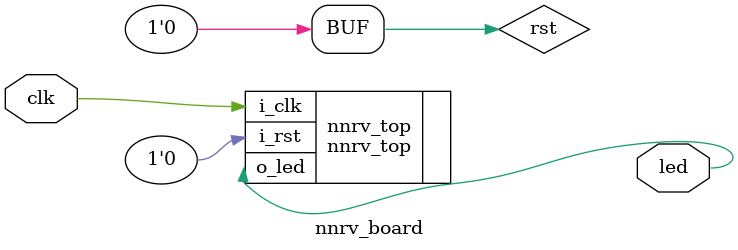
<source format=v>

module nnrv_board
(
clk,
led
);

input wire clk;
output wire led;

reg rst = 1'b0;

nnrv_top nnrv_top (
    .i_clk(clk),
    .i_rst(rst),
    .o_led(led)
);

endmodule
</source>
